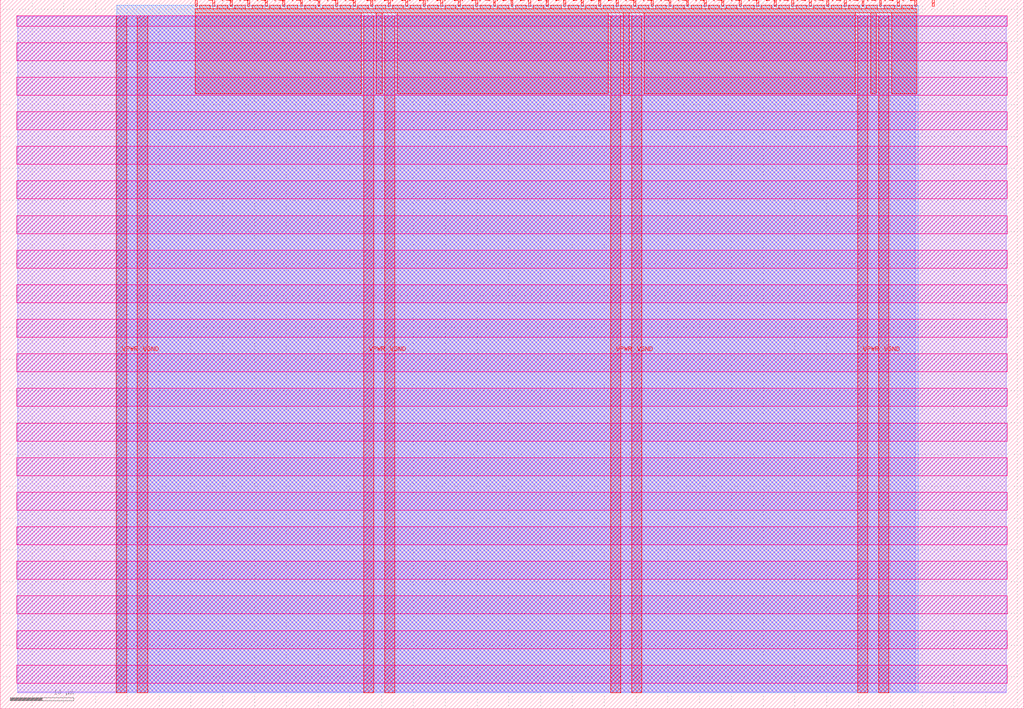
<source format=lef>
VERSION 5.7 ;
  NOWIREEXTENSIONATPIN ON ;
  DIVIDERCHAR "/" ;
  BUSBITCHARS "[]" ;
MACRO tt_um_dpmunit
  CLASS BLOCK ;
  FOREIGN tt_um_dpmunit ;
  ORIGIN 0.000 0.000 ;
  SIZE 161.000 BY 111.520 ;
  PIN VGND
    DIRECTION INOUT ;
    USE GROUND ;
    PORT
      LAYER met4 ;
        RECT 21.580 2.480 23.180 109.040 ;
    END
    PORT
      LAYER met4 ;
        RECT 60.450 2.480 62.050 109.040 ;
    END
    PORT
      LAYER met4 ;
        RECT 99.320 2.480 100.920 109.040 ;
    END
    PORT
      LAYER met4 ;
        RECT 138.190 2.480 139.790 109.040 ;
    END
  END VGND
  PIN VPWR
    DIRECTION INOUT ;
    USE POWER ;
    PORT
      LAYER met4 ;
        RECT 18.280 2.480 19.880 109.040 ;
    END
    PORT
      LAYER met4 ;
        RECT 57.150 2.480 58.750 109.040 ;
    END
    PORT
      LAYER met4 ;
        RECT 96.020 2.480 97.620 109.040 ;
    END
    PORT
      LAYER met4 ;
        RECT 134.890 2.480 136.490 109.040 ;
    END
  END VPWR
  PIN clk
    DIRECTION INPUT ;
    USE SIGNAL ;
    ANTENNAGATEAREA 0.852000 ;
    PORT
      LAYER met4 ;
        RECT 143.830 110.520 144.130 111.520 ;
    END
  END clk
  PIN ena
    DIRECTION INPUT ;
    USE SIGNAL ;
    PORT
      LAYER met4 ;
        RECT 146.590 110.520 146.890 111.520 ;
    END
  END ena
  PIN rst_n
    DIRECTION INPUT ;
    USE SIGNAL ;
    ANTENNAGATEAREA 0.196500 ;
    PORT
      LAYER met4 ;
        RECT 141.070 110.520 141.370 111.520 ;
    END
  END rst_n
  PIN ui_in[0]
    DIRECTION INPUT ;
    USE SIGNAL ;
    ANTENNAGATEAREA 0.196500 ;
    PORT
      LAYER met4 ;
        RECT 138.310 110.520 138.610 111.520 ;
    END
  END ui_in[0]
  PIN ui_in[1]
    DIRECTION INPUT ;
    USE SIGNAL ;
    PORT
      LAYER met4 ;
        RECT 135.550 110.520 135.850 111.520 ;
    END
  END ui_in[1]
  PIN ui_in[2]
    DIRECTION INPUT ;
    USE SIGNAL ;
    ANTENNAGATEAREA 0.196500 ;
    PORT
      LAYER met4 ;
        RECT 132.790 110.520 133.090 111.520 ;
    END
  END ui_in[2]
  PIN ui_in[3]
    DIRECTION INPUT ;
    USE SIGNAL ;
    PORT
      LAYER met4 ;
        RECT 130.030 110.520 130.330 111.520 ;
    END
  END ui_in[3]
  PIN ui_in[4]
    DIRECTION INPUT ;
    USE SIGNAL ;
    ANTENNAGATEAREA 0.196500 ;
    PORT
      LAYER met4 ;
        RECT 127.270 110.520 127.570 111.520 ;
    END
  END ui_in[4]
  PIN ui_in[5]
    DIRECTION INPUT ;
    USE SIGNAL ;
    ANTENNAGATEAREA 0.196500 ;
    PORT
      LAYER met4 ;
        RECT 124.510 110.520 124.810 111.520 ;
    END
  END ui_in[5]
  PIN ui_in[6]
    DIRECTION INPUT ;
    USE SIGNAL ;
    ANTENNAGATEAREA 0.196500 ;
    PORT
      LAYER met4 ;
        RECT 121.750 110.520 122.050 111.520 ;
    END
  END ui_in[6]
  PIN ui_in[7]
    DIRECTION INPUT ;
    USE SIGNAL ;
    ANTENNAGATEAREA 0.196500 ;
    PORT
      LAYER met4 ;
        RECT 118.990 110.520 119.290 111.520 ;
    END
  END ui_in[7]
  PIN uio_in[0]
    DIRECTION INPUT ;
    USE SIGNAL ;
    PORT
      LAYER met4 ;
        RECT 116.230 110.520 116.530 111.520 ;
    END
  END uio_in[0]
  PIN uio_in[1]
    DIRECTION INPUT ;
    USE SIGNAL ;
    PORT
      LAYER met4 ;
        RECT 113.470 110.520 113.770 111.520 ;
    END
  END uio_in[1]
  PIN uio_in[2]
    DIRECTION INPUT ;
    USE SIGNAL ;
    PORT
      LAYER met4 ;
        RECT 110.710 110.520 111.010 111.520 ;
    END
  END uio_in[2]
  PIN uio_in[3]
    DIRECTION INPUT ;
    USE SIGNAL ;
    PORT
      LAYER met4 ;
        RECT 107.950 110.520 108.250 111.520 ;
    END
  END uio_in[3]
  PIN uio_in[4]
    DIRECTION INPUT ;
    USE SIGNAL ;
    PORT
      LAYER met4 ;
        RECT 105.190 110.520 105.490 111.520 ;
    END
  END uio_in[4]
  PIN uio_in[5]
    DIRECTION INPUT ;
    USE SIGNAL ;
    PORT
      LAYER met4 ;
        RECT 102.430 110.520 102.730 111.520 ;
    END
  END uio_in[5]
  PIN uio_in[6]
    DIRECTION INPUT ;
    USE SIGNAL ;
    PORT
      LAYER met4 ;
        RECT 99.670 110.520 99.970 111.520 ;
    END
  END uio_in[6]
  PIN uio_in[7]
    DIRECTION INPUT ;
    USE SIGNAL ;
    PORT
      LAYER met4 ;
        RECT 96.910 110.520 97.210 111.520 ;
    END
  END uio_in[7]
  PIN uio_oe[0]
    DIRECTION OUTPUT ;
    USE SIGNAL ;
    ANTENNADIFFAREA 0.445500 ;
    PORT
      LAYER met4 ;
        RECT 49.990 110.520 50.290 111.520 ;
    END
  END uio_oe[0]
  PIN uio_oe[1]
    DIRECTION OUTPUT ;
    USE SIGNAL ;
    ANTENNADIFFAREA 0.445500 ;
    PORT
      LAYER met4 ;
        RECT 47.230 110.520 47.530 111.520 ;
    END
  END uio_oe[1]
  PIN uio_oe[2]
    DIRECTION OUTPUT ;
    USE SIGNAL ;
    ANTENNADIFFAREA 0.445500 ;
    PORT
      LAYER met4 ;
        RECT 44.470 110.520 44.770 111.520 ;
    END
  END uio_oe[2]
  PIN uio_oe[3]
    DIRECTION OUTPUT ;
    USE SIGNAL ;
    ANTENNADIFFAREA 0.445500 ;
    PORT
      LAYER met4 ;
        RECT 41.710 110.520 42.010 111.520 ;
    END
  END uio_oe[3]
  PIN uio_oe[4]
    DIRECTION OUTPUT ;
    USE SIGNAL ;
    ANTENNADIFFAREA 0.445500 ;
    PORT
      LAYER met4 ;
        RECT 38.950 110.520 39.250 111.520 ;
    END
  END uio_oe[4]
  PIN uio_oe[5]
    DIRECTION OUTPUT ;
    USE SIGNAL ;
    ANTENNADIFFAREA 0.445500 ;
    PORT
      LAYER met4 ;
        RECT 36.190 110.520 36.490 111.520 ;
    END
  END uio_oe[5]
  PIN uio_oe[6]
    DIRECTION OUTPUT ;
    USE SIGNAL ;
    ANTENNADIFFAREA 0.445500 ;
    PORT
      LAYER met4 ;
        RECT 33.430 110.520 33.730 111.520 ;
    END
  END uio_oe[6]
  PIN uio_oe[7]
    DIRECTION OUTPUT ;
    USE SIGNAL ;
    ANTENNADIFFAREA 0.445500 ;
    PORT
      LAYER met4 ;
        RECT 30.670 110.520 30.970 111.520 ;
    END
  END uio_oe[7]
  PIN uio_out[0]
    DIRECTION OUTPUT ;
    USE SIGNAL ;
    ANTENNADIFFAREA 0.445500 ;
    PORT
      LAYER met4 ;
        RECT 72.070 110.520 72.370 111.520 ;
    END
  END uio_out[0]
  PIN uio_out[1]
    DIRECTION OUTPUT ;
    USE SIGNAL ;
    ANTENNADIFFAREA 0.445500 ;
    PORT
      LAYER met4 ;
        RECT 69.310 110.520 69.610 111.520 ;
    END
  END uio_out[1]
  PIN uio_out[2]
    DIRECTION OUTPUT ;
    USE SIGNAL ;
    ANTENNADIFFAREA 0.445500 ;
    PORT
      LAYER met4 ;
        RECT 66.550 110.520 66.850 111.520 ;
    END
  END uio_out[2]
  PIN uio_out[3]
    DIRECTION OUTPUT ;
    USE SIGNAL ;
    ANTENNADIFFAREA 0.445500 ;
    PORT
      LAYER met4 ;
        RECT 63.790 110.520 64.090 111.520 ;
    END
  END uio_out[3]
  PIN uio_out[4]
    DIRECTION OUTPUT ;
    USE SIGNAL ;
    ANTENNADIFFAREA 0.445500 ;
    PORT
      LAYER met4 ;
        RECT 61.030 110.520 61.330 111.520 ;
    END
  END uio_out[4]
  PIN uio_out[5]
    DIRECTION OUTPUT ;
    USE SIGNAL ;
    ANTENNAGATEAREA 0.444000 ;
    ANTENNADIFFAREA 0.891000 ;
    PORT
      LAYER met4 ;
        RECT 58.270 110.520 58.570 111.520 ;
    END
  END uio_out[5]
  PIN uio_out[6]
    DIRECTION OUTPUT ;
    USE SIGNAL ;
    ANTENNAGATEAREA 0.444000 ;
    ANTENNADIFFAREA 0.891000 ;
    PORT
      LAYER met4 ;
        RECT 55.510 110.520 55.810 111.520 ;
    END
  END uio_out[6]
  PIN uio_out[7]
    DIRECTION OUTPUT ;
    USE SIGNAL ;
    ANTENNAGATEAREA 0.247500 ;
    ANTENNADIFFAREA 0.445500 ;
    PORT
      LAYER met4 ;
        RECT 52.750 110.520 53.050 111.520 ;
    END
  END uio_out[7]
  PIN uo_out[0]
    DIRECTION OUTPUT ;
    USE SIGNAL ;
    ANTENNAGATEAREA 0.247500 ;
    ANTENNADIFFAREA 0.445500 ;
    PORT
      LAYER met4 ;
        RECT 94.150 110.520 94.450 111.520 ;
    END
  END uo_out[0]
  PIN uo_out[1]
    DIRECTION OUTPUT ;
    USE SIGNAL ;
    ANTENNAGATEAREA 0.247500 ;
    ANTENNADIFFAREA 0.445500 ;
    PORT
      LAYER met4 ;
        RECT 91.390 110.520 91.690 111.520 ;
    END
  END uo_out[1]
  PIN uo_out[2]
    DIRECTION OUTPUT ;
    USE SIGNAL ;
    ANTENNADIFFAREA 0.445500 ;
    PORT
      LAYER met4 ;
        RECT 88.630 110.520 88.930 111.520 ;
    END
  END uo_out[2]
  PIN uo_out[3]
    DIRECTION OUTPUT ;
    USE SIGNAL ;
    ANTENNADIFFAREA 0.445500 ;
    PORT
      LAYER met4 ;
        RECT 85.870 110.520 86.170 111.520 ;
    END
  END uo_out[3]
  PIN uo_out[4]
    DIRECTION OUTPUT ;
    USE SIGNAL ;
    ANTENNADIFFAREA 0.445500 ;
    PORT
      LAYER met4 ;
        RECT 83.110 110.520 83.410 111.520 ;
    END
  END uo_out[4]
  PIN uo_out[5]
    DIRECTION OUTPUT ;
    USE SIGNAL ;
    ANTENNAGATEAREA 0.285000 ;
    ANTENNADIFFAREA 0.891000 ;
    PORT
      LAYER met4 ;
        RECT 80.350 110.520 80.650 111.520 ;
    END
  END uo_out[5]
  PIN uo_out[6]
    DIRECTION OUTPUT ;
    USE SIGNAL ;
    ANTENNAGATEAREA 0.406500 ;
    ANTENNADIFFAREA 0.891000 ;
    PORT
      LAYER met4 ;
        RECT 77.590 110.520 77.890 111.520 ;
    END
  END uo_out[6]
  PIN uo_out[7]
    DIRECTION OUTPUT ;
    USE SIGNAL ;
    ANTENNAGATEAREA 0.406500 ;
    ANTENNADIFFAREA 0.445500 ;
    PORT
      LAYER met4 ;
        RECT 74.830 110.520 75.130 111.520 ;
    END
  END uo_out[7]
  OBS
      LAYER nwell ;
        RECT 2.570 107.385 158.430 108.990 ;
        RECT 2.570 101.945 158.430 104.775 ;
        RECT 2.570 96.505 158.430 99.335 ;
        RECT 2.570 91.065 158.430 93.895 ;
        RECT 2.570 85.625 158.430 88.455 ;
        RECT 2.570 80.185 158.430 83.015 ;
        RECT 2.570 74.745 158.430 77.575 ;
        RECT 2.570 69.305 158.430 72.135 ;
        RECT 2.570 63.865 158.430 66.695 ;
        RECT 2.570 58.425 158.430 61.255 ;
        RECT 2.570 52.985 158.430 55.815 ;
        RECT 2.570 47.545 158.430 50.375 ;
        RECT 2.570 42.105 158.430 44.935 ;
        RECT 2.570 36.665 158.430 39.495 ;
        RECT 2.570 31.225 158.430 34.055 ;
        RECT 2.570 25.785 158.430 28.615 ;
        RECT 2.570 20.345 158.430 23.175 ;
        RECT 2.570 14.905 158.430 17.735 ;
        RECT 2.570 9.465 158.430 12.295 ;
        RECT 2.570 4.025 158.430 6.855 ;
      LAYER li1 ;
        RECT 2.760 2.635 158.240 108.885 ;
      LAYER met1 ;
        RECT 2.760 2.480 158.240 109.040 ;
      LAYER met2 ;
        RECT 18.310 2.535 143.890 110.685 ;
      LAYER met3 ;
        RECT 18.290 2.555 144.370 110.665 ;
      LAYER met4 ;
        RECT 31.370 110.120 33.030 110.665 ;
        RECT 34.130 110.120 35.790 110.665 ;
        RECT 36.890 110.120 38.550 110.665 ;
        RECT 39.650 110.120 41.310 110.665 ;
        RECT 42.410 110.120 44.070 110.665 ;
        RECT 45.170 110.120 46.830 110.665 ;
        RECT 47.930 110.120 49.590 110.665 ;
        RECT 50.690 110.120 52.350 110.665 ;
        RECT 53.450 110.120 55.110 110.665 ;
        RECT 56.210 110.120 57.870 110.665 ;
        RECT 58.970 110.120 60.630 110.665 ;
        RECT 61.730 110.120 63.390 110.665 ;
        RECT 64.490 110.120 66.150 110.665 ;
        RECT 67.250 110.120 68.910 110.665 ;
        RECT 70.010 110.120 71.670 110.665 ;
        RECT 72.770 110.120 74.430 110.665 ;
        RECT 75.530 110.120 77.190 110.665 ;
        RECT 78.290 110.120 79.950 110.665 ;
        RECT 81.050 110.120 82.710 110.665 ;
        RECT 83.810 110.120 85.470 110.665 ;
        RECT 86.570 110.120 88.230 110.665 ;
        RECT 89.330 110.120 90.990 110.665 ;
        RECT 92.090 110.120 93.750 110.665 ;
        RECT 94.850 110.120 96.510 110.665 ;
        RECT 97.610 110.120 99.270 110.665 ;
        RECT 100.370 110.120 102.030 110.665 ;
        RECT 103.130 110.120 104.790 110.665 ;
        RECT 105.890 110.120 107.550 110.665 ;
        RECT 108.650 110.120 110.310 110.665 ;
        RECT 111.410 110.120 113.070 110.665 ;
        RECT 114.170 110.120 115.830 110.665 ;
        RECT 116.930 110.120 118.590 110.665 ;
        RECT 119.690 110.120 121.350 110.665 ;
        RECT 122.450 110.120 124.110 110.665 ;
        RECT 125.210 110.120 126.870 110.665 ;
        RECT 127.970 110.120 129.630 110.665 ;
        RECT 130.730 110.120 132.390 110.665 ;
        RECT 133.490 110.120 135.150 110.665 ;
        RECT 136.250 110.120 137.910 110.665 ;
        RECT 139.010 110.120 140.670 110.665 ;
        RECT 141.770 110.120 143.430 110.665 ;
        RECT 30.655 109.440 144.145 110.120 ;
        RECT 30.655 96.735 56.750 109.440 ;
        RECT 59.150 96.735 60.050 109.440 ;
        RECT 62.450 96.735 95.620 109.440 ;
        RECT 98.020 96.735 98.920 109.440 ;
        RECT 101.320 96.735 134.490 109.440 ;
        RECT 136.890 96.735 137.790 109.440 ;
        RECT 140.190 96.735 144.145 109.440 ;
  END
END tt_um_dpmunit
END LIBRARY


</source>
